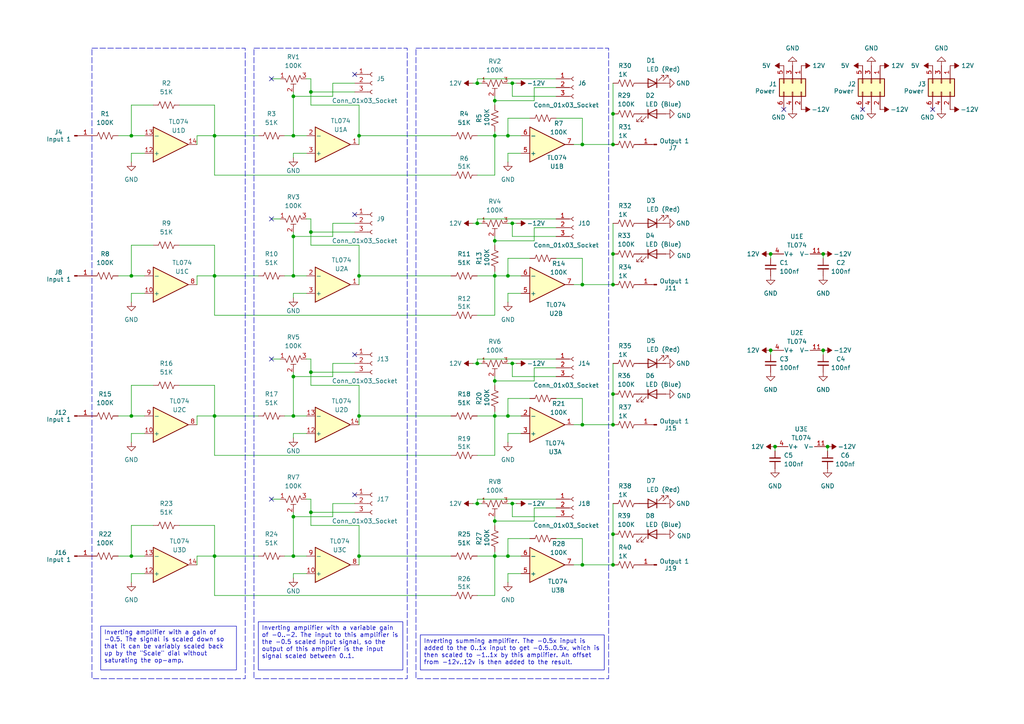
<source format=kicad_sch>
(kicad_sch (version 20250114) (generator "eeschema") (generator_version "9.0")
  (paper "A4")
  (rectangle (start 26.67 13.97) (end 71.12 196.85) (stroke (width 0) (type dash)))
  (rectangle (start 73.66 13.97) (end 118.11 196.85) (stroke (width 0) (type dash)))
  (rectangle (start 120.65 13.97) (end 176.53 196.85) (stroke (width 0) (type dash)))
  (text_box "Inverting amplifier with a variable gain of -0..-2. The input to this amplifier is the -0.5 scaled input signal, so the output of this amplifier is the input signal scaled between 0..1." (at 74.93 180.34 0) (size 41.91 13.97) (margins 0.9525 0.9525 0.9525 0.9525) (effects (font (size 1.27 1.27)) (justify left top)))
  (text_box "Inverting amplifier with a gain of -0.5. The signal is scaled down so that it can be variably scaled back up by the \"Scale\" dial without saturating the op-amp." (at 29.21 181.61 0) (size 39.37 12.7) (margins 0.9525 0.9525 0.9525 0.9525) (effects (font (size 1.27 1.27)) (justify left top)))
  (text_box "Inverting summing amplifier. The -0.5x input is added to the 0..1x input to get -0.5..0.5x, which is then scaled to -1..1x by this amplifier. An offset from -12v..12v is then added to the result." (at 121.92 184.15 0) (size 53.34 10.16) (margins 0.9525 0.9525 0.9525 0.9525) (effects (font (size 1.27 1.27)) (justify left top)))
  (junction (at 90.17 107.95))
  (junction (at 85.09 27.94))
  (junction (at 104.14 161.29))
  (junction (at 224.79 129.54))
  (junction (at 90.17 148.59))
  (junction (at 62.23 39.37))
  (junction (at 38.1 161.29))
  (junction (at 38.1 39.37))
  (junction (at 85.09 68.58))
  (junction (at 177.8 114.3))
  (junction (at 143.51 161.29))
  (junction (at 143.51 110.49))
  (junction (at 85.09 149.86))
  (junction (at 38.1 120.65))
  (junction (at 148.59 105.41))
  (junction (at 177.8 82.55))
  (junction (at 143.51 120.65))
  (junction (at 138.43 24.13))
  (junction (at 62.23 161.29))
  (junction (at 177.8 41.91))
  (junction (at 62.23 120.65))
  (junction (at 143.51 151.13))
  (junction (at 90.17 67.31))
  (junction (at 85.09 161.29))
  (junction (at 90.17 26.67))
  (junction (at 85.09 109.22))
  (junction (at 177.8 73.66))
  (junction (at 240.03 129.54))
  (junction (at 143.51 39.37))
  (junction (at 104.14 120.65))
  (junction (at 238.76 73.66))
  (junction (at 85.09 80.01))
  (junction (at 62.23 80.01))
  (junction (at 148.59 146.05))
  (junction (at 147.32 120.65))
  (junction (at 168.91 82.55))
  (junction (at 138.43 105.41))
  (junction (at 168.91 163.83))
  (junction (at 38.1 80.01))
  (junction (at 143.51 80.01))
  (junction (at 177.8 163.83))
  (junction (at 143.51 29.21))
  (junction (at 138.43 64.77))
  (junction (at 104.14 39.37))
  (junction (at 147.32 39.37))
  (junction (at 148.59 64.77))
  (junction (at 104.14 80.01))
  (junction (at 168.91 123.19))
  (junction (at 148.59 24.13))
  (junction (at 85.09 120.65))
  (junction (at 85.09 39.37))
  (junction (at 147.32 80.01))
  (junction (at 177.8 33.02))
  (junction (at 138.43 146.05))
  (junction (at 143.51 69.85))
  (junction (at 223.52 101.6))
  (junction (at 177.8 154.94))
  (junction (at 238.76 101.6))
  (junction (at 168.91 41.91))
  (junction (at 147.32 161.29))
  (junction (at 223.52 73.66))
  (junction (at 177.8 123.19))
  (no_connect (at 102.87 143.51))
  (no_connect (at 102.87 21.59))
  (no_connect (at 78.74 63.5))
  (no_connect (at 270.51 31.75))
  (no_connect (at 227.33 31.75))
  (no_connect (at 78.74 104.14))
  (no_connect (at 78.74 22.86))
  (no_connect (at 78.74 144.78))
  (no_connect (at 250.19 31.75))
  (no_connect (at 102.87 62.23))
  (no_connect (at 102.87 102.87))
  (wire (pts (xy 143.51 151.13) (xy 154.94 151.13)))
  (wire (pts (xy 154.94 106.68) (xy 154.94 110.49)))
  (wire (pts (xy 143.51 110.49) (xy 154.94 110.49)))
  (wire (pts (xy 90.17 71.12) (xy 104.14 71.12)))
  (wire (pts (xy 38.1 120.65) (xy 41.91 120.65)))
  (wire (pts (xy 138.43 146.05) (xy 137.16 146.05)))
  (wire (pts (xy 148.59 64.77) (xy 149.86 64.77)))
  (wire (pts (xy 85.09 44.45) (xy 85.09 45.72)))
  (wire (pts (xy 147.32 44.45) (xy 151.13 44.45)))
  (wire (pts (xy 161.29 115.57) (xy 168.91 115.57)))
  (wire (pts (xy 62.23 50.8) (xy 62.23 39.37)))
  (wire (pts (xy 148.59 24.13) (xy 149.86 24.13)))
  (wire (pts (xy 139.7 24.13) (xy 138.43 24.13)))
  (wire (pts (xy 90.17 152.4) (xy 104.14 152.4)))
  (wire (pts (xy 38.1 71.12) (xy 44.45 71.12)))
  (wire (pts (xy 104.14 30.48) (xy 104.14 39.37)))
  (wire (pts (xy 238.76 73.66) (xy 238.76 74.93)))
  (wire (pts (xy 161.29 147.32) (xy 154.94 147.32)))
  (wire (pts (xy 62.23 152.4) (xy 62.23 161.29)))
  (wire (pts (xy 78.74 22.86) (xy 81.28 22.86)))
  (wire (pts (xy 85.09 85.09) (xy 85.09 86.36)))
  (wire (pts (xy 62.23 91.44) (xy 62.23 80.01)))
  (wire (pts (xy 57.15 39.37) (xy 62.23 39.37)))
  (wire (pts (xy 143.51 110.49) (xy 143.51 111.76)))
  (wire (pts (xy 168.91 74.93) (xy 168.91 82.55)))
  (wire (pts (xy 138.43 161.29) (xy 143.51 161.29)))
  (wire (pts (xy 147.32 74.93) (xy 147.32 80.01)))
  (wire (pts (xy 90.17 67.31) (xy 90.17 63.5)))
  (wire (pts (xy 161.29 109.22) (xy 148.59 109.22)))
  (wire (pts (xy 143.51 29.21) (xy 154.94 29.21)))
  (wire (pts (xy 41.91 125.73) (xy 38.1 125.73)))
  (wire (pts (xy 147.32 120.65) (xy 151.13 120.65)))
  (wire (pts (xy 41.91 44.45) (xy 38.1 44.45)))
  (wire (pts (xy 62.23 120.65) (xy 74.93 120.65)))
  (wire (pts (xy 85.09 68.58) (xy 85.09 80.01)))
  (wire (pts (xy 90.17 63.5) (xy 88.9 63.5)))
  (wire (pts (xy 154.94 25.4) (xy 154.94 29.21)))
  (wire (pts (xy 138.43 91.44) (xy 143.51 91.44)))
  (wire (pts (xy 104.14 152.4) (xy 104.14 161.29)))
  (wire (pts (xy 138.43 144.78) (xy 138.43 146.05)))
  (wire (pts (xy 138.43 64.77) (xy 137.16 64.77)))
  (wire (pts (xy 85.09 27.94) (xy 85.09 39.37)))
  (wire (pts (xy 161.29 22.86) (xy 138.43 22.86)))
  (wire (pts (xy 62.23 30.48) (xy 62.23 39.37)))
  (wire (pts (xy 104.14 82.55) (xy 104.14 80.01)))
  (wire (pts (xy 62.23 172.72) (xy 62.23 161.29)))
  (wire (pts (xy 52.07 71.12) (xy 62.23 71.12)))
  (wire (pts (xy 177.8 33.02) (xy 177.8 41.91)))
  (wire (pts (xy 168.91 115.57) (xy 168.91 123.19)))
  (wire (pts (xy 143.51 160.02) (xy 143.51 161.29)))
  (wire (pts (xy 130.81 172.72) (xy 62.23 172.72)))
  (wire (pts (xy 139.7 105.41) (xy 138.43 105.41)))
  (wire (pts (xy 177.8 73.66) (xy 177.8 82.55)))
  (wire (pts (xy 38.1 152.4) (xy 44.45 152.4)))
  (wire (pts (xy 143.51 161.29) (xy 143.51 172.72)))
  (wire (pts (xy 90.17 26.67) (xy 90.17 22.86)))
  (wire (pts (xy 38.1 111.76) (xy 44.45 111.76)))
  (wire (pts (xy 153.67 74.93) (xy 147.32 74.93)))
  (wire (pts (xy 88.9 125.73) (xy 85.09 125.73)))
  (wire (pts (xy 168.91 41.91) (xy 177.8 41.91)))
  (wire (pts (xy 38.1 120.65) (xy 38.1 111.76)))
  (wire (pts (xy 85.09 68.58) (xy 85.09 67.31)))
  (wire (pts (xy 102.87 107.95) (xy 90.17 107.95)))
  (wire (pts (xy 143.51 110.49) (xy 143.51 109.22)))
  (wire (pts (xy 138.43 105.41) (xy 137.16 105.41)))
  (wire (pts (xy 148.59 24.13) (xy 148.59 27.94)))
  (wire (pts (xy 57.15 161.29) (xy 62.23 161.29)))
  (wire (pts (xy 34.29 80.01) (xy 38.1 80.01)))
  (wire (pts (xy 161.29 149.86) (xy 148.59 149.86)))
  (wire (pts (xy 57.15 82.55) (xy 57.15 80.01)))
  (wire (pts (xy 104.14 123.19) (xy 104.14 120.65)))
  (wire (pts (xy 177.8 154.94) (xy 177.8 163.83)))
  (wire (pts (xy 104.14 41.91) (xy 104.14 39.37)))
  (wire (pts (xy 130.81 132.08) (xy 62.23 132.08)))
  (wire (pts (xy 90.17 30.48) (xy 104.14 30.48)))
  (wire (pts (xy 88.9 166.37) (xy 85.09 166.37)))
  (wire (pts (xy 139.7 64.77) (xy 138.43 64.77)))
  (wire (pts (xy 168.91 34.29) (xy 168.91 41.91)))
  (wire (pts (xy 62.23 111.76) (xy 62.23 120.65)))
  (wire (pts (xy 57.15 41.91) (xy 57.15 39.37)))
  (wire (pts (xy 104.14 163.83) (xy 104.14 161.29)))
  (wire (pts (xy 143.51 151.13) (xy 143.51 152.4)))
  (wire (pts (xy 161.29 68.58) (xy 148.59 68.58)))
  (wire (pts (xy 82.55 120.65) (xy 85.09 120.65)))
  (wire (pts (xy 143.51 78.74) (xy 143.51 80.01)))
  (wire (pts (xy 34.29 120.65) (xy 38.1 120.65)))
  (wire (pts (xy 38.1 80.01) (xy 41.91 80.01)))
  (wire (pts (xy 96.52 64.77) (xy 96.52 68.58)))
  (wire (pts (xy 143.51 69.85) (xy 143.51 68.58)))
  (wire (pts (xy 52.07 152.4) (xy 62.23 152.4)))
  (wire (pts (xy 177.8 64.77) (xy 177.8 73.66)))
  (wire (pts (xy 102.87 148.59) (xy 90.17 148.59)))
  (wire (pts (xy 147.32 161.29) (xy 151.13 161.29)))
  (wire (pts (xy 38.1 166.37) (xy 38.1 168.91)))
  (wire (pts (xy 148.59 24.13) (xy 147.32 24.13)))
  (wire (pts (xy 147.32 166.37) (xy 151.13 166.37)))
  (wire (pts (xy 147.32 128.27) (xy 147.32 125.73)))
  (wire (pts (xy 78.74 104.14) (xy 81.28 104.14)))
  (wire (pts (xy 78.74 144.78) (xy 81.28 144.78)))
  (wire (pts (xy 85.09 27.94) (xy 85.09 26.67)))
  (wire (pts (xy 143.51 29.21) (xy 143.51 30.48)))
  (wire (pts (xy 166.37 123.19) (xy 168.91 123.19)))
  (wire (pts (xy 90.17 111.76) (xy 104.14 111.76)))
  (wire (pts (xy 138.43 104.14) (xy 138.43 105.41)))
  (wire (pts (xy 38.1 39.37) (xy 41.91 39.37)))
  (wire (pts (xy 143.51 39.37) (xy 143.51 50.8)))
  (wire (pts (xy 85.09 125.73) (xy 85.09 127)))
  (wire (pts (xy 149.86 146.05) (xy 148.59 146.05)))
  (wire (pts (xy 147.32 46.99) (xy 147.32 44.45)))
  (wire (pts (xy 154.94 66.04) (xy 154.94 69.85)))
  (wire (pts (xy 147.32 87.63) (xy 147.32 85.09)))
  (wire (pts (xy 138.43 39.37) (xy 143.51 39.37)))
  (wire (pts (xy 104.14 80.01) (xy 130.81 80.01)))
  (wire (pts (xy 85.09 39.37) (xy 88.9 39.37)))
  (wire (pts (xy 88.9 44.45) (xy 85.09 44.45)))
  (wire (pts (xy 148.59 64.77) (xy 148.59 68.58)))
  (wire (pts (xy 41.91 85.09) (xy 38.1 85.09)))
  (wire (pts (xy 143.51 161.29) (xy 147.32 161.29)))
  (wire (pts (xy 96.52 105.41) (xy 96.52 109.22)))
  (wire (pts (xy 148.59 146.05) (xy 147.32 146.05)))
  (wire (pts (xy 130.81 50.8) (xy 62.23 50.8)))
  (wire (pts (xy 62.23 39.37) (xy 74.93 39.37)))
  (wire (pts (xy 62.23 71.12) (xy 62.23 80.01)))
  (wire (pts (xy 102.87 67.31) (xy 90.17 67.31)))
  (wire (pts (xy 168.91 156.21) (xy 168.91 163.83)))
  (wire (pts (xy 85.09 149.86) (xy 85.09 161.29)))
  (wire (pts (xy 168.91 163.83) (xy 177.8 163.83)))
  (wire (pts (xy 41.91 166.37) (xy 38.1 166.37)))
  (wire (pts (xy 138.43 22.86) (xy 138.43 24.13)))
  (wire (pts (xy 138.43 63.5) (xy 138.43 64.77)))
  (wire (pts (xy 82.55 80.01) (xy 85.09 80.01)))
  (wire (pts (xy 85.09 120.65) (xy 88.9 120.65)))
  (wire (pts (xy 143.51 39.37) (xy 147.32 39.37)))
  (wire (pts (xy 96.52 68.58) (xy 85.09 68.58)))
  (wire (pts (xy 224.79 129.54) (xy 224.79 130.81)))
  (wire (pts (xy 104.14 111.76) (xy 104.14 120.65)))
  (wire (pts (xy 153.67 34.29) (xy 147.32 34.29)))
  (wire (pts (xy 57.15 80.01) (xy 62.23 80.01)))
  (wire (pts (xy 104.14 161.29) (xy 130.81 161.29)))
  (wire (pts (xy 148.59 105.41) (xy 147.32 105.41)))
  (wire (pts (xy 177.8 105.41) (xy 177.8 114.3)))
  (wire (pts (xy 149.86 105.41) (xy 148.59 105.41)))
  (wire (pts (xy 147.32 125.73) (xy 151.13 125.73)))
  (wire (pts (xy 147.32 85.09) (xy 151.13 85.09)))
  (wire (pts (xy 139.7 146.05) (xy 138.43 146.05)))
  (wire (pts (xy 161.29 106.68) (xy 154.94 106.68)))
  (wire (pts (xy 38.1 125.73) (xy 38.1 128.27)))
  (wire (pts (xy 90.17 144.78) (xy 88.9 144.78)))
  (wire (pts (xy 147.32 34.29) (xy 147.32 39.37)))
  (wire (pts (xy 62.23 161.29) (xy 74.93 161.29)))
  (wire (pts (xy 90.17 107.95) (xy 90.17 111.76)))
  (wire (pts (xy 238.76 101.6) (xy 238.76 102.87)))
  (wire (pts (xy 88.9 85.09) (xy 85.09 85.09)))
  (wire (pts (xy 161.29 25.4) (xy 154.94 25.4)))
  (wire (pts (xy 153.67 115.57) (xy 147.32 115.57)))
  (wire (pts (xy 90.17 148.59) (xy 90.17 144.78)))
  (wire (pts (xy 96.52 24.13) (xy 96.52 27.94)))
  (wire (pts (xy 223.52 101.6) (xy 223.52 102.87)))
  (wire (pts (xy 102.87 146.05) (xy 96.52 146.05)))
  (wire (pts (xy 96.52 149.86) (xy 85.09 149.86)))
  (wire (pts (xy 147.32 39.37) (xy 151.13 39.37)))
  (wire (pts (xy 143.51 69.85) (xy 154.94 69.85)))
  (wire (pts (xy 57.15 120.65) (xy 62.23 120.65)))
  (wire (pts (xy 102.87 24.13) (xy 96.52 24.13)))
  (wire (pts (xy 62.23 80.01) (xy 74.93 80.01)))
  (wire (pts (xy 78.74 63.5) (xy 81.28 63.5)))
  (wire (pts (xy 90.17 67.31) (xy 90.17 71.12)))
  (wire (pts (xy 57.15 163.83) (xy 57.15 161.29)))
  (wire (pts (xy 38.1 30.48) (xy 44.45 30.48)))
  (wire (pts (xy 38.1 85.09) (xy 38.1 87.63)))
  (wire (pts (xy 147.32 168.91) (xy 147.32 166.37)))
  (wire (pts (xy 62.23 132.08) (xy 62.23 120.65)))
  (wire (pts (xy 96.52 146.05) (xy 96.52 149.86)))
  (wire (pts (xy 102.87 64.77) (xy 96.52 64.77)))
  (wire (pts (xy 85.09 166.37) (xy 85.09 167.64)))
  (wire (pts (xy 161.29 104.14) (xy 138.43 104.14)))
  (wire (pts (xy 90.17 148.59) (xy 90.17 152.4)))
  (wire (pts (xy 148.59 149.86) (xy 148.59 146.05)))
  (wire (pts (xy 138.43 120.65) (xy 143.51 120.65)))
  (wire (pts (xy 147.32 156.21) (xy 147.32 161.29)))
  (wire (pts (xy 143.51 151.13) (xy 143.51 149.86)))
  (wire (pts (xy 154.94 147.32) (xy 154.94 151.13)))
  (wire (pts (xy 104.14 39.37) (xy 130.81 39.37)))
  (wire (pts (xy 130.81 91.44) (xy 62.23 91.44)))
  (wire (pts (xy 177.8 146.05) (xy 177.8 154.94)))
  (wire (pts (xy 166.37 41.91) (xy 168.91 41.91)))
  (wire (pts (xy 138.43 50.8) (xy 143.51 50.8)))
  (wire (pts (xy 38.1 161.29) (xy 41.91 161.29)))
  (wire (pts (xy 52.07 111.76) (xy 62.23 111.76)))
  (wire (pts (xy 102.87 105.41) (xy 96.52 105.41)))
  (wire (pts (xy 168.91 82.55) (xy 177.8 82.55)))
  (wire (pts (xy 90.17 22.86) (xy 88.9 22.86)))
  (wire (pts (xy 34.29 39.37) (xy 38.1 39.37)))
  (wire (pts (xy 143.51 120.65) (xy 147.32 120.65)))
  (wire (pts (xy 161.29 156.21) (xy 168.91 156.21)))
  (wire (pts (xy 143.51 120.65) (xy 143.51 132.08)))
  (wire (pts (xy 96.52 109.22) (xy 85.09 109.22)))
  (wire (pts (xy 177.8 24.13) (xy 177.8 33.02)))
  (wire (pts (xy 143.51 29.21) (xy 143.51 27.94)))
  (wire (pts (xy 161.29 74.93) (xy 168.91 74.93)))
  (wire (pts (xy 143.51 80.01) (xy 147.32 80.01)))
  (wire (pts (xy 240.03 129.54) (xy 240.03 130.81)))
  (wire (pts (xy 85.09 80.01) (xy 88.9 80.01)))
  (wire (pts (xy 147.32 80.01) (xy 151.13 80.01)))
  (wire (pts (xy 143.51 69.85) (xy 143.51 71.12)))
  (wire (pts (xy 177.8 114.3) (xy 177.8 123.19)))
  (wire (pts (xy 104.14 120.65) (xy 130.81 120.65)))
  (wire (pts (xy 166.37 82.55) (xy 168.91 82.55)))
  (wire (pts (xy 104.14 71.12) (xy 104.14 80.01)))
  (wire (pts (xy 166.37 163.83) (xy 168.91 163.83)))
  (wire (pts (xy 38.1 44.45) (xy 38.1 46.99)))
  (wire (pts (xy 82.55 39.37) (xy 85.09 39.37)))
  (wire (pts (xy 143.51 38.1) (xy 143.51 39.37)))
  (wire (pts (xy 52.07 30.48) (xy 62.23 30.48)))
  (wire (pts (xy 138.43 172.72) (xy 143.51 172.72)))
  (wire (pts (xy 90.17 104.14) (xy 88.9 104.14)))
  (wire (pts (xy 148.59 105.41) (xy 148.59 109.22)))
  (wire (pts (xy 90.17 26.67) (xy 90.17 30.48)))
  (wire (pts (xy 161.29 66.04) (xy 154.94 66.04)))
  (wire (pts (xy 57.15 123.19) (xy 57.15 120.65)))
  (wire (pts (xy 85.09 161.29) (xy 88.9 161.29)))
  (wire (pts (xy 161.29 144.78) (xy 138.43 144.78)))
  (wire (pts (xy 168.91 123.19) (xy 177.8 123.19)))
  (wire (pts (xy 138.43 24.13) (xy 137.16 24.13)))
  (wire (pts (xy 138.43 132.08) (xy 143.51 132.08)))
  (wire (pts (xy 82.55 161.29) (xy 85.09 161.29)))
  (wire (pts (xy 38.1 39.37) (xy 38.1 30.48)))
  (wire (pts (xy 102.87 26.67) (xy 90.17 26.67)))
  (wire (pts (xy 85.09 149.86) (xy 85.09 148.59)))
  (wire (pts (xy 143.51 80.01) (xy 143.51 91.44)))
  (wire (pts (xy 223.52 73.66) (xy 223.52 74.93)))
  (wire (pts (xy 34.29 161.29) (xy 38.1 161.29)))
  (wire (pts (xy 90.17 107.95) (xy 90.17 104.14)))
  (wire (pts (xy 148.59 64.77) (xy 147.32 64.77)))
  (wire (pts (xy 153.67 156.21) (xy 147.32 156.21)))
  (wire (pts (xy 161.29 34.29) (xy 168.91 34.29)))
  (wire (pts (xy 38.1 161.29) (xy 38.1 152.4)))
  (wire (pts (xy 161.29 27.94) (xy 148.59 27.94)))
  (wire (pts (xy 143.51 119.38) (xy 143.51 120.65)))
  (wire (pts (xy 138.43 80.01) (xy 143.51 80.01)))
  (wire (pts (xy 38.1 80.01) (xy 38.1 71.12)))
  (wire (pts (xy 147.32 115.57) (xy 147.32 120.65)))
  (wire (pts (xy 161.29 63.5) (xy 138.43 63.5)))
  (wire (pts (xy 85.09 109.22) (xy 85.09 107.95)))
  (wire (pts (xy 85.09 109.22) (xy 85.09 120.65)))
  (wire (pts (xy 96.52 27.94) (xy 85.09 27.94)))
  (symbol (lib_id "Amplifier_Operational:TL074") (at 96.52 41.91 0) (mirror x) (unit 1)
    (property "Reference" "U1" (at 98.806 37.592 0))
    (property "Value" "TL074" (at 98.806 35.052 0))
    (property "Footprint" "Package_DIP:DIP-14_W7.62mm_Socket" (effects (hide yes)))
    (property "Datasheet" "http://www.ti.com/lit/ds/symlink/tl071.pdf" (effects (hide yes)))
    (property "Description" "Quad Low-Noise JFET-Input Operational Amplifiers, DIP-14/SOIC-14" (effects (hide yes)))
  )
  (symbol (lib_id "power:GND") (at 193.04 114.3 90) (unit 1)
    (property "Reference" "#PWR061" (effects (hide yes)))
    (property "Value" "GND" (at 198.374 114.808 90))
    (property "Description" "Power symbol creates a global label with name \"GND\" , ground" (effects (hide yes)))
  )
  (symbol (lib_id "Device:R_Potentiometer_Trim_US") (at 85.09 104.14 90) (mirror x) (unit 1)
    (property "Reference" "RV5" (at 85.09 97.79 90))
    (property "Value" "100K" (at 85.09 100.33 90))
    (property "Footprint" "modular2:pot-socket" (effects (hide yes)))
    (property "Description" "Trim-potentiometer, US symbol" (effects (hide yes)))
  )
  (symbol (lib_id "Device:R_US") (at 78.74 120.65 90) (unit 1)
    (property "Reference" "R17" (at 78.74 114.3 90))
    (property "Value" "51K" (at 78.74 116.84 90))
    (property "Footprint" "Resistor_THT:R_Axial_DIN0207_L6.3mm_D2.5mm_P10.16mm_Horizontal" (effects (hide yes)))
    (property "Description" "Resistor, US symbol" (effects (hide yes)))
  )
  (symbol (lib_id "Connector:Conn_01x03_Socket") (at 166.37 25.4 0) (unit 1)
    (property "Reference" "J6" (at 167.64 24.1299 0) (effects (justify left)))
    (property "Value" "Conn_01x03_Socket" (at 154.686 30.48 0) (effects (justify left)))
    (property "Footprint" "modular2:pot" (effects (hide yes)))
    (property "Description" "Generic connector, single row, 01x03, script generated" (effects (hide yes)))
  )
  (symbol (lib_id "Amplifier_Operational:TL074") (at 49.53 123.19 0) (mirror x) (unit 3)
    (property "Reference" "U2" (at 52.07 118.872 0))
    (property "Value" "TL074" (at 52.07 116.332 0))
    (property "Footprint" "Package_DIP:DIP-14_W7.62mm_Socket" (effects (hide yes)))
    (property "Datasheet" "http://www.ti.com/lit/ds/symlink/tl071.pdf" (effects (hide yes)))
    (property "Description" "Quad Low-Noise JFET-Input Operational Amplifiers, DIP-14/SOIC-14" (effects (hide yes)))
  )
  (symbol (lib_id "Device:R_US") (at 134.62 80.01 90) (unit 1)
    (property "Reference" "R11" (at 134.62 73.66 90))
    (property "Value" "51K" (at 134.62 76.2 90))
    (property "Footprint" "Resistor_THT:R_Axial_DIN0207_L6.3mm_D2.5mm_P10.16mm_Horizontal" (effects (hide yes)))
    (property "Description" "Resistor, US symbol" (effects (hide yes)))
  )
  (symbol (lib_id "power:GND") (at 252.73 19.05 0) (mirror x) (unit 1)
    (property "Reference" "#PWR028" (effects (hide yes)))
    (property "Value" "GND" (at 252.73 13.97 0))
    (property "Description" "Power symbol creates a global label with name \"GND\" , ground" (effects (hide yes)))
  )
  (symbol (lib_id "Device:R_US") (at 157.48 156.21 90) (unit 1)
    (property "Reference" "R28" (at 162.052 157.734 90))
    (property "Value" "100K" (at 162.052 160.274 90))
    (property "Footprint" "Resistor_THT:R_Axial_DIN0207_L6.3mm_D2.5mm_P10.16mm_Horizontal" (effects (hide yes)))
    (property "Description" "Resistor, US symbol" (effects (hide yes)))
  )
  (symbol (lib_id "Device:R_Potentiometer_Trim_US") (at 143.51 24.13 90) (mirror x) (unit 1)
    (property "Reference" "RV2" (at 143.51 17.78 90))
    (property "Value" "100K" (at 143.51 20.32 90))
    (property "Footprint" "modular2:pot-socket" (effects (hide yes)))
    (property "Description" "Trim-potentiometer, US symbol" (effects (hide yes)))
  )
  (symbol (lib_id "power:-12V") (at 240.03 129.54 270) (unit 1)
    (property "Reference" "#PWR041" (effects (hide yes)))
    (property "Value" "-12V" (at 245.618 129.54 90))
    (property "Description" "Power symbol creates a global label with name \"-12V\"" (effects (hide yes)))
  )
  (symbol (lib_id "Device:R_US") (at 181.61 163.83 270) (unit 1)
    (property "Reference" "R40" (at 179.324 158.75 90) (effects (justify left)))
    (property "Value" "1K" (at 179.324 161.29 90) (effects (justify left)))
    (property "Footprint" "Resistor_THT:R_Axial_DIN0207_L6.3mm_D2.5mm_P10.16mm_Horizontal" (effects (hide yes)))
    (property "Description" "Resistor, US symbol" (effects (hide yes)))
  )
  (symbol (lib_id "power:-12V") (at 250.19 19.05 90) (mirror x) (unit 1)
    (property "Reference" "#PWR012" (effects (hide yes)))
    (property "Value" "5V" (at 245.11 19.05 90))
    (property "Description" "Power symbol creates a global label with name \"-12V\"" (effects (hide yes)))
  )
  (symbol (lib_id "Connector:Conn_01x01_Pin") (at 190.5 123.19 180) (unit 1)
    (property "Reference" "J15" (at 196.342 124.206 0) (effects (justify left)))
    (property "Value" "Output 1" (at 199.898 122.174 0) (effects (justify left)))
    (property "Footprint" "modular2:banana-jack" (effects (hide yes)))
    (property "Description" "Generic connector, single row, 01x01, script generated" (effects (hide yes)))
  )
  (symbol (lib_id "power:GND") (at 147.32 128.27 0) (unit 1)
    (property "Reference" "#PWR042" (effects (hide yes)))
    (property "Value" "GND" (at 147.32 133.35 0))
    (property "Description" "Power symbol creates a global label with name \"GND\" , ground" (effects (hide yes)))
  )
  (symbol (lib_id "Device:R_Potentiometer_Trim_US") (at 143.51 146.05 90) (mirror x) (unit 1)
    (property "Reference" "RV8" (at 143.51 139.7 90))
    (property "Value" "100K" (at 143.51 142.24 90))
    (property "Footprint" "modular2:pot-socket" (effects (hide yes)))
    (property "Description" "Trim-potentiometer, US symbol" (effects (hide yes)))
  )
  (symbol (lib_id "power:GND") (at 85.09 127 0) (unit 1)
    (property "Reference" "#PWR039" (effects (hide yes)))
    (property "Value" "GND" (at 85.09 130.81 0))
    (property "Description" "Power symbol creates a global label with name \"GND\" , ground" (effects (hide yes)))
  )
  (symbol (lib_id "Device:R_US") (at 134.62 91.44 90) (unit 1)
    (property "Reference" "R12" (at 134.62 86.614 90))
    (property "Value" "51K" (at 134.62 88.9 90))
    (property "Footprint" "Resistor_THT:R_Axial_DIN0207_L6.3mm_D2.5mm_P10.16mm_Horizontal" (effects (hide yes)))
    (property "Description" "Resistor, US symbol" (effects (hide yes)))
  )
  (symbol (lib_id "Device:C_Small") (at 240.03 133.35 0) (unit 1)
    (property "Reference" "C6" (at 245.1163 132.08 0))
    (property "Value" "100nf" (at 245.1163 134.62 0))
    (property "Footprint" "Capacitor_THT:C_Disc_D4.3mm_W1.9mm_P5.00mm" (effects (hide yes)))
  )
  (symbol (lib_id "Device:R_US") (at 48.26 152.4 90) (unit 1)
    (property "Reference" "R23" (at 48.26 146.05 90))
    (property "Value" "51K" (at 48.26 148.59 90))
    (property "Footprint" "Resistor_THT:R_Axial_DIN0207_L6.3mm_D2.5mm_P10.16mm_Horizontal" (effects (hide yes)))
    (property "Description" "Resistor, US symbol" (effects (hide yes)))
  )
  (symbol (lib_id "Device:R_US") (at 143.51 115.57 180) (unit 1)
    (property "Reference" "R20" (at 138.938 115.57 90))
    (property "Value" "100K" (at 141.224 115.316 90))
    (property "Footprint" "Resistor_THT:R_Axial_DIN0207_L6.3mm_D2.5mm_P10.16mm_Horizontal" (effects (hide yes)))
    (property "Description" "Resistor, US symbol" (effects (hide yes)))
  )
  (symbol (lib_id "Device:R_US") (at 181.61 123.19 270) (unit 1)
    (property "Reference" "R37" (at 179.324 118.11 90) (effects (justify left)))
    (property "Value" "1K" (at 179.324 120.65 90) (effects (justify left)))
    (property "Footprint" "Resistor_THT:R_Axial_DIN0207_L6.3mm_D2.5mm_P10.16mm_Horizontal" (effects (hide yes)))
    (property "Description" "Resistor, US symbol" (effects (hide yes)))
  )
  (symbol (lib_id "power:-12V") (at 149.86 64.77 270) (unit 1)
    (property "Reference" "#PWR014" (effects (hide yes)))
    (property "Value" "-12V" (at 155.448 64.77 90))
    (property "Description" "Power symbol creates a global label with name \"-12V\"" (effects (hide yes)))
  )
  (symbol (lib_id "power:-12V") (at 255.27 31.75 270) (unit 1)
    (property "Reference" "#PWR031" (effects (hide yes)))
    (property "Value" "-12V" (at 260.858 31.75 90))
    (property "Description" "Power symbol creates a global label with name \"-12V\"" (effects (hide yes)))
  )
  (symbol (lib_id "Device:R_US") (at 181.61 146.05 270) (unit 1)
    (property "Reference" "R38" (at 179.324 140.97 90) (effects (justify left)))
    (property "Value" "1K" (at 179.324 143.51 90) (effects (justify left)))
    (property "Footprint" "Resistor_THT:R_Axial_DIN0207_L6.3mm_D2.5mm_P10.16mm_Horizontal" (effects (hide yes)))
    (property "Description" "Resistor, US symbol" (effects (hide yes)))
  )
  (symbol (lib_id "Amplifier_Operational:TL074") (at 49.53 41.91 0) (mirror x) (unit 4)
    (property "Reference" "U1" (at 51.816 37.846 0))
    (property "Value" "TL074" (at 51.816 35.306 0))
    (property "Footprint" "Package_DIP:DIP-14_W7.62mm_Socket" (effects (hide yes)))
    (property "Datasheet" "http://www.ti.com/lit/ds/symlink/tl071.pdf" (effects (hide yes)))
    (property "Description" "Quad Low-Noise JFET-Input Operational Amplifiers, DIP-14/SOIC-14" (effects (hide yes)))
  )
  (symbol (lib_id "power:GND") (at 238.76 107.95 0) (mirror y) (unit 1)
    (property "Reference" "#PWR037" (effects (hide yes)))
    (property "Value" "GND" (at 238.76 113.03 0))
    (property "Description" "Power symbol creates a global label with name \"GND\" , ground" (effects (hide yes)))
  )
  (symbol (lib_id "Device:R_US") (at 134.62 39.37 90) (unit 1)
    (property "Reference" "R4" (at 134.62 33.02 90))
    (property "Value" "51K" (at 134.62 35.56 90))
    (property "Footprint" "Resistor_THT:R_Axial_DIN0207_L6.3mm_D2.5mm_P10.16mm_Horizontal" (effects (hide yes)))
    (property "Description" "Resistor, US symbol" (effects (hide yes)))
  )
  (symbol (lib_id "Connector:Conn_01x01_Pin") (at 190.5 163.83 180) (unit 1)
    (property "Reference" "J19" (at 196.342 164.846 0) (effects (justify left)))
    (property "Value" "Output 1" (at 199.898 162.814 0) (effects (justify left)))
    (property "Footprint" "modular2:banana-jack" (effects (hide yes)))
    (property "Description" "Generic connector, single row, 01x01, script generated" (effects (hide yes)))
  )
  (symbol (lib_id "Connector_Generic:Conn_02x03_Odd_Even") (at 252.73 24.13 270) (unit 1)
    (property "Reference" "J2" (at 245.872 24.384 90) (effects (justify left)))
    (property "Value" "Power" (at 241.808 26.416 90) (effects (justify left)))
    (property "Footprint" "Connector_IDC:IDC-Header_2x03_P2.54mm_Vertical" (effects (hide yes)))
    (property "Description" "Generic connector, double row, 02x03, odd/even pin numbering scheme (row 1 odd numbers, row 2 even numbers), script generated (kicad-library-utils/schlib/autogen/connector/)" (effects (hide yes)))
  )
  (symbol (lib_id "Device:C_Small") (at 238.76 105.41 0) (unit 1)
    (property "Reference" "C4" (at 243.8463 104.14 0))
    (property "Value" "100nf" (at 243.8463 106.68 0))
    (property "Footprint" "Capacitor_THT:C_Disc_D4.3mm_W1.9mm_P5.00mm" (effects (hide yes)))
  )
  (symbol (lib_id "Device:R_Potentiometer_Trim_US") (at 85.09 22.86 90) (mirror x) (unit 1)
    (property "Reference" "RV1" (at 85.09 16.51 90))
    (property "Value" "100K" (at 85.09 19.05 90))
    (property "Footprint" "modular2:pot-socket" (effects (hide yes)))
    (property "Description" "Trim-potentiometer, US symbol" (effects (hide yes)))
  )
  (symbol (lib_id "power:-12V") (at 275.59 31.75 270) (unit 1)
    (property "Reference" "#PWR036" (effects (hide yes)))
    (property "Value" "-12V" (at 281.178 31.75 90))
    (property "Description" "Power symbol creates a global label with name \"-12V\"" (effects (hide yes)))
  )
  (symbol (lib_id "Device:R_Potentiometer_Trim_US") (at 85.09 63.5 90) (mirror x) (unit 1)
    (property "Reference" "RV3" (at 85.09 57.15 90))
    (property "Value" "100K" (at 85.09 59.69 90))
    (property "Footprint" "modular2:pot-socket" (effects (hide yes)))
    (property "Description" "Trim-potentiometer, US symbol" (effects (hide yes)))
  )
  (symbol (lib_id "power:GND") (at 223.52 107.95 0) (mirror y) (unit 1)
    (property "Reference" "#PWR023" (effects (hide yes)))
    (property "Value" "GND" (at 223.52 113.03 0))
    (property "Description" "Power symbol creates a global label with name \"GND\" , ground" (effects (hide yes)))
  )
  (symbol (lib_id "power:GND") (at 85.09 167.64 0) (unit 1)
    (property "Reference" "#PWR046" (effects (hide yes)))
    (property "Value" "GND" (at 85.09 171.45 0))
    (property "Description" "Power symbol creates a global label with name \"GND\" , ground" (effects (hide yes)))
  )
  (symbol (lib_id "Connector:Conn_01x01_Pin") (at 21.59 80.01 0) (unit 1)
    (property "Reference" "J8" (at 15.748 78.994 0) (effects (justify left)))
    (property "Value" "Input 1" (at 13.462 81.026 0) (effects (justify left)))
    (property "Footprint" "modular2:banana-jack" (effects (hide yes)))
    (property "Description" "Generic connector, single row, 01x01, script generated" (effects (hide yes)))
  )
  (symbol (lib_id "power:-12V") (at 275.59 19.05 270) (mirror x) (unit 1)
    (property "Reference" "#PWR035" (effects (hide yes)))
    (property "Value" "12V" (at 280.67 19.05 90))
    (property "Description" "Power symbol creates a global label with name \"-12V\"" (effects (hide yes)))
  )
  (symbol (lib_id "power:-12V") (at 238.76 73.66 270) (unit 1)
    (property "Reference" "#PWR02" (effects (hide yes)))
    (property "Value" "-12V" (at 244.348 73.66 90))
    (property "Description" "Power symbol creates a global label with name \"-12V\"" (effects (hide yes)))
  )
  (symbol (lib_id "power:GND") (at 240.03 135.89 0) (mirror y) (unit 1)
    (property "Reference" "#PWR055" (effects (hide yes)))
    (property "Value" "GND" (at 240.03 140.97 0))
    (property "Description" "Power symbol creates a global label with name \"GND\" , ground" (effects (hide yes)))
  )
  (symbol (lib_id "power:GND") (at 193.04 73.66 90) (unit 1)
    (property "Reference" "#PWR059" (effects (hide yes)))
    (property "Value" "GND" (at 198.374 74.168 90))
    (property "Description" "Power symbol creates a global label with name \"GND\" , ground" (effects (hide yes)))
  )
  (symbol (lib_id "power:-12V") (at 227.33 19.05 90) (mirror x) (unit 1)
    (property "Reference" "#PWR011" (effects (hide yes)))
    (property "Value" "5V" (at 222.25 19.05 90))
    (property "Description" "Power symbol creates a global label with name \"-12V\"" (effects (hide yes)))
  )
  (symbol (lib_id "Amplifier_Operational:TL074") (at 231.14 99.06 90) (unit 5)
    (property "Reference" "U2" (at 231.14 96.52 90))
    (property "Value" "TL074" (at 231.14 99.06 90))
    (property "Footprint" "Package_DIP:DIP-14_W7.62mm_Socket" (effects (hide yes)))
    (property "Datasheet" "http://www.ti.com/lit/ds/symlink/tl071.pdf" (effects (hide yes)))
    (property "Description" "Quad Low-Noise JFET-Input Operational Amplifiers, DIP-14/SOIC-14" (effects (hide yes)))
  )
  (symbol (lib_id "Amplifier_Operational:TL074") (at 49.53 163.83 0) (mirror x) (unit 4)
    (property "Reference" "U3" (at 52.07 159.512 0))
    (property "Value" "TL074" (at 52.07 156.972 0))
    (property "Footprint" "Package_DIP:DIP-14_W7.62mm_Socket" (effects (hide yes)))
    (property "Datasheet" "http://www.ti.com/lit/ds/symlink/tl071.pdf" (effects (hide yes)))
    (property "Description" "Quad Low-Noise JFET-Input Operational Amplifiers, DIP-14/SOIC-14" (effects (hide yes)))
  )
  (symbol (lib_id "Device:R_US") (at 30.48 39.37 90) (unit 1)
    (property "Reference" "R1" (at 30.48 33.02 90))
    (property "Value" "100K" (at 30.48 35.56 90))
    (property "Footprint" "Resistor_THT:R_Axial_DIN0207_L6.3mm_D2.5mm_P10.16mm_Horizontal" (effects (hide yes)))
    (property "Description" "Resistor, US symbol" (effects (hide yes)))
  )
  (symbol (lib_id "Amplifier_Operational:TL074") (at 158.75 163.83 0) (mirror x) (unit 2)
    (property "Reference" "U3" (at 161.798 171.196 0))
    (property "Value" "TL074" (at 161.798 168.656 0))
    (property "Footprint" "Package_DIP:DIP-14_W7.62mm_Socket" (effects (hide yes)))
    (property "Datasheet" "http://www.ti.com/lit/ds/symlink/tl071.pdf" (effects (hide yes)))
    (property "Description" "Quad Low-Noise JFET-Input Operational Amplifiers, DIP-14/SOIC-14" (effects (hide yes)))
  )
  (symbol (lib_id "power:-12V") (at 149.86 24.13 270) (unit 1)
    (property "Reference" "#PWR01" (effects (hide yes)))
    (property "Value" "-12V" (at 155.448 24.13 90))
    (property "Description" "Power symbol creates a global label with name \"-12V\"" (effects (hide yes)))
  )
  (symbol (lib_id "Device:R_US") (at 78.74 80.01 90) (unit 1)
    (property "Reference" "R10" (at 78.74 73.66 90))
    (property "Value" "51K" (at 78.74 76.2 90))
    (property "Footprint" "Resistor_THT:R_Axial_DIN0207_L6.3mm_D2.5mm_P10.16mm_Horizontal" (effects (hide yes)))
    (property "Description" "Resistor, US symbol" (effects (hide yes)))
  )
  (symbol (lib_id "Device:R_Potentiometer_Trim_US") (at 85.09 144.78 90) (mirror x) (unit 1)
    (property "Reference" "RV7" (at 85.09 138.43 90))
    (property "Value" "100K" (at 85.09 140.97 90))
    (property "Footprint" "modular2:pot-socket" (effects (hide yes)))
    (property "Description" "Trim-potentiometer, US symbol" (effects (hide yes)))
  )
  (symbol (lib_id "power:GND") (at 147.32 46.99 0) (unit 1)
    (property "Reference" "#PWR08" (effects (hide yes)))
    (property "Value" "GND" (at 147.32 52.07 0))
    (property "Description" "Power symbol creates a global label with name \"GND\" , ground" (effects (hide yes)))
  )
  (symbol (lib_id "power:-12V") (at 137.16 24.13 90) (mirror x) (unit 1)
    (property "Reference" "#PWR010" (effects (hide yes)))
    (property "Value" "12V" (at 132.08 24.13 90))
    (property "Description" "Power symbol creates a global label with name \"-12V\"" (effects (hide yes)))
  )
  (symbol (lib_id "power:-12V") (at 223.52 73.66 90) (mirror x) (unit 1)
    (property "Reference" "#PWR03" (effects (hide yes)))
    (property "Value" "12V" (at 218.44 73.66 90))
    (property "Description" "Power symbol creates a global label with name \"-12V\"" (effects (hide yes)))
  )
  (symbol (lib_id "power:-12V") (at 149.86 105.41 270) (unit 1)
    (property "Reference" "#PWR016" (effects (hide yes)))
    (property "Value" "-12V" (at 155.448 105.41 90))
    (property "Description" "Power symbol creates a global label with name \"-12V\"" (effects (hide yes)))
  )
  (symbol (lib_id "Device:R_US") (at 181.61 33.02 90) (unit 1)
    (property "Reference" "R29" (at 179.07 27.686 90) (effects (justify right)))
    (property "Value" "100K" (at 179.07 30.226 90) (effects (justify right)))
    (property "Footprint" "Resistor_THT:R_Axial_DIN0207_L6.3mm_D2.5mm_P10.16mm_Horizontal" (effects (hide yes)))
    (property "Description" "Resistor, US symbol" (effects (hide yes)))
  )
  (symbol (lib_id "Device:R_US") (at 134.62 50.8 90) (unit 1)
    (property "Reference" "R6" (at 134.62 45.974 90))
    (property "Value" "51K" (at 134.62 48.26 90))
    (property "Footprint" "Resistor_THT:R_Axial_DIN0207_L6.3mm_D2.5mm_P10.16mm_Horizontal" (effects (hide yes)))
    (property "Description" "Resistor, US symbol" (effects (hide yes)))
  )
  (symbol (lib_id "Connector:Conn_01x03_Socket") (at 166.37 147.32 0) (unit 1)
    (property "Reference" "J18" (at 167.64 146.0499 0) (effects (justify left)))
    (property "Value" "Conn_01x03_Socket" (at 154.686 152.4 0) (effects (justify left)))
    (property "Footprint" "modular2:pot" (effects (hide yes)))
    (property "Description" "Generic connector, single row, 01x03, script generated" (effects (hide yes)))
  )
  (symbol (lib_id "Device:LED") (at 189.23 154.94 0) (unit 1)
    (property "Reference" "D8" (at 187.198 149.606 0) (effects (justify left)))
    (property "Value" "LED (Blue)" (at 187.198 152.146 0) (effects (justify left)))
    (property "Footprint" "LED_THT:LED_D5.0mm" (effects (hide yes)))
    (property "Description" "Light emitting diode" (effects (hide yes)))
  )
  (symbol (lib_id "Device:C_Small") (at 223.52 105.41 180) (unit 1)
    (property "Reference" "C3" (at 226.06 104.1335 0) (effects (justify right)))
    (property "Value" "100nf" (at 226.06 106.6735 0) (effects (justify right)))
    (property "Footprint" "Capacitor_THT:C_Disc_D4.3mm_W1.9mm_P5.00mm" (effects (hide yes)))
  )
  (symbol (lib_id "Device:C_Small") (at 223.52 77.47 180) (unit 1)
    (property "Reference" "C1" (at 226.06 76.1935 0) (effects (justify right)))
    (property "Value" "100nf" (at 226.06 78.7335 0) (effects (justify right)))
    (property "Footprint" "Capacitor_THT:C_Disc_D4.3mm_W1.9mm_P5.00mm" (effects (hide yes)))
  )
  (symbol (lib_id "power:GND") (at 229.87 31.75 0) (mirror y) (unit 1)
    (property "Reference" "#PWR024" (effects (hide yes)))
    (property "Value" "GND" (at 225.806 34.036 0))
    (property "Description" "Power symbol creates a global label with name \"GND\" , ground" (effects (hide yes)))
  )
  (symbol (lib_id "Device:LED") (at 189.23 146.05 180) (unit 1)
    (property "Reference" "D7" (at 187.452 139.446 0) (effects (justify right)))
    (property "Value" "LED (Red)" (at 187.452 141.986 0) (effects (justify right)))
    (property "Footprint" "LED_THT:LED_D5.0mm" (effects (hide yes)))
    (property "Description" "Light emitting diode" (effects (hide yes)))
  )
  (symbol (lib_id "power:GND") (at 193.04 154.94 90) (unit 1)
    (property "Reference" "#PWR063" (effects (hide yes)))
    (property "Value" "GND" (at 198.374 155.448 90))
    (property "Description" "Power symbol creates a global label with name \"GND\" , ground" (effects (hide yes)))
  )
  (symbol (lib_id "Device:LED") (at 189.23 33.02 0) (unit 1)
    (property "Reference" "D2" (at 187.198 27.686 0) (effects (justify left)))
    (property "Value" "LED (Blue)" (at 187.198 30.226 0) (effects (justify left)))
    (property "Footprint" "LED_THT:LED_D5.0mm" (effects (hide yes)))
    (property "Description" "Light emitting diode" (effects (hide yes)))
  )
  (symbol (lib_id "Device:C_Small") (at 238.76 77.47 0) (unit 1)
    (property "Reference" "C2" (at 243.8463 76.2 0))
    (property "Value" "100nf" (at 243.8463 78.74 0))
    (property "Footprint" "Capacitor_THT:C_Disc_D4.3mm_W1.9mm_P5.00mm" (effects (hide yes)))
  )
  (symbol (lib_id "Device:R_US") (at 181.61 24.13 270) (unit 1)
    (property "Reference" "R30" (at 179.324 19.05 90) (effects (justify left)))
    (property "Value" "1K" (at 179.324 21.59 90) (effects (justify left)))
    (property "Footprint" "Resistor_THT:R_Axial_DIN0207_L6.3mm_D2.5mm_P10.16mm_Horizontal" (effects (hide yes)))
    (property "Description" "Resistor, US symbol" (effects (hide yes)))
  )
  (symbol (lib_id "Device:R_US") (at 78.74 39.37 90) (unit 1)
    (property "Reference" "R3" (at 78.74 33.02 90))
    (property "Value" "51K" (at 78.74 35.56 90))
    (property "Footprint" "Resistor_THT:R_Axial_DIN0207_L6.3mm_D2.5mm_P10.16mm_Horizontal" (effects (hide yes)))
    (property "Description" "Resistor, US symbol" (effects (hide yes)))
  )
  (symbol (lib_id "power:GND") (at 38.1 168.91 0) (unit 1)
    (property "Reference" "#PWR045" (effects (hide yes)))
    (property "Value" "GND" (at 38.1 173.99 0))
    (property "Description" "Power symbol creates a global label with name \"GND\" , ground" (effects (hide yes)))
  )
  (symbol (lib_id "Device:R_Potentiometer_Trim_US") (at 143.51 64.77 90) (mirror x) (unit 1)
    (property "Reference" "RV4" (at 143.51 58.42 90))
    (property "Value" "100K" (at 143.51 60.96 90))
    (property "Footprint" "modular2:pot-socket" (effects (hide yes)))
    (property "Description" "Trim-potentiometer, US symbol" (effects (hide yes)))
  )
  (symbol (lib_id "power:-12V") (at 137.16 105.41 90) (mirror x) (unit 1)
    (property "Reference" "#PWR017" (effects (hide yes)))
    (property "Value" "12V" (at 132.08 105.41 90))
    (property "Description" "Power symbol creates a global label with name \"-12V\"" (effects (hide yes)))
  )
  (symbol (lib_id "Amplifier_Operational:TL074") (at 96.52 123.19 0) (mirror x) (unit 4)
    (property "Reference" "U2" (at 99.06 118.872 0))
    (property "Value" "TL074" (at 99.06 116.332 0))
    (property "Footprint" "Package_DIP:DIP-14_W7.62mm_Socket" (effects (hide yes)))
    (property "Datasheet" "http://www.ti.com/lit/ds/symlink/tl071.pdf" (effects (hide yes)))
    (property "Description" "Quad Low-Noise JFET-Input Operational Amplifiers, DIP-14/SOIC-14" (effects (hide yes)))
  )
  (symbol (lib_id "power:GND") (at 193.04 64.77 90) (mirror x) (unit 1)
    (property "Reference" "#PWR058" (effects (hide yes)))
    (property "Value" "GND" (at 198.12 64.77 90))
    (property "Description" "Power symbol creates a global label with name \"GND\" , ground" (effects (hide yes)))
  )
  (symbol (lib_id "power:GND") (at 223.52 80.01 0) (mirror y) (unit 1)
    (property "Reference" "#PWR06" (effects (hide yes)))
    (property "Value" "GND" (at 223.52 85.09 0))
    (property "Description" "Power symbol creates a global label with name \"GND\" , ground" (effects (hide yes)))
  )
  (symbol (lib_id "Device:LED") (at 189.23 64.77 180) (unit 1)
    (property "Reference" "D3" (at 187.452 58.166 0) (effects (justify right)))
    (property "Value" "LED (Red)" (at 187.452 60.706 0) (effects (justify right)))
    (property "Footprint" "LED_THT:LED_D5.0mm" (effects (hide yes)))
    (property "Description" "Light emitting diode" (effects (hide yes)))
  )
  (symbol (lib_id "Connector:Conn_01x03_Socket") (at 107.95 64.77 0) (unit 1)
    (property "Reference" "J9" (at 109.22 63.4999 0) (effects (justify left)))
    (property "Value" "Conn_01x03_Socket" (at 96.266 69.85 0) (effects (justify left)))
    (property "Footprint" "modular2:pot" (effects (hide yes)))
    (property "Description" "Generic connector, single row, 01x03, script generated" (effects (hide yes)))
  )
  (symbol (lib_id "power:GND") (at 85.09 86.36 0) (unit 1)
    (property "Reference" "#PWR015" (effects (hide yes)))
    (property "Value" "GND" (at 85.09 90.17 0))
    (property "Description" "Power symbol creates a global label with name \"GND\" , ground" (effects (hide yes)))
  )
  (symbol (lib_id "power:-12V") (at 232.41 31.75 270) (unit 1)
    (property "Reference" "#PWR027" (effects (hide yes)))
    (property "Value" "-12V" (at 237.998 31.75 90))
    (property "Description" "Power symbol creates a global label with name \"-12V\"" (effects (hide yes)))
  )
  (symbol (lib_id "Connector:Conn_01x01_Pin") (at 190.5 82.55 180) (unit 1)
    (property "Reference" "J11" (at 196.342 83.566 0) (effects (justify left)))
    (property "Value" "Output 1" (at 199.898 81.534 0) (effects (justify left)))
    (property "Footprint" "modular2:banana-jack" (effects (hide yes)))
    (property "Description" "Generic connector, single row, 01x01, script generated" (effects (hide yes)))
  )
  (symbol (lib_id "Device:R_US") (at 181.61 105.41 270) (unit 1)
    (property "Reference" "R35" (at 179.324 100.33 90) (effects (justify left)))
    (property "Value" "1K" (at 179.324 102.87 90) (effects (justify left)))
    (property "Footprint" "Resistor_THT:R_Axial_DIN0207_L6.3mm_D2.5mm_P10.16mm_Horizontal" (effects (hide yes)))
    (property "Description" "Resistor, US symbol" (effects (hide yes)))
  )
  (symbol (lib_id "power:GND") (at 273.05 31.75 0) (mirror y) (unit 1)
    (property "Reference" "#PWR034" (effects (hide yes)))
    (property "Value" "GND" (at 268.986 34.036 0))
    (property "Description" "Power symbol creates a global label with name \"GND\" , ground" (effects (hide yes)))
  )
  (symbol (lib_id "Connector:Conn_01x03_Socket") (at 107.95 105.41 0) (unit 1)
    (property "Reference" "J13" (at 109.22 104.1399 0) (effects (justify left)))
    (property "Value" "Conn_01x03_Socket" (at 96.266 110.49 0) (effects (justify left)))
    (property "Footprint" "modular2:pot" (effects (hide yes)))
    (property "Description" "Generic connector, single row, 01x03, script generated" (effects (hide yes)))
  )
  (symbol (lib_id "power:-12V") (at 255.27 19.05 270) (mirror x) (unit 1)
    (property "Reference" "#PWR030" (effects (hide yes)))
    (property "Value" "12V" (at 260.35 19.05 90))
    (property "Description" "Power symbol creates a global label with name \"-12V\"" (effects (hide yes)))
  )
  (symbol (lib_id "power:GND") (at 38.1 46.99 0) (unit 1)
    (property "Reference" "#PWR04" (effects (hide yes)))
    (property "Value" "GND" (at 38.1 52.07 0))
    (property "Description" "Power symbol creates a global label with name \"GND\" , ground" (effects (hide yes)))
  )
  (symbol (lib_id "Device:R_US") (at 78.74 161.29 90) (unit 1)
    (property "Reference" "R24" (at 78.74 154.94 90))
    (property "Value" "51K" (at 78.74 157.48 90))
    (property "Footprint" "Resistor_THT:R_Axial_DIN0207_L6.3mm_D2.5mm_P10.16mm_Horizontal" (effects (hide yes)))
    (property "Description" "Resistor, US symbol" (effects (hide yes)))
  )
  (symbol (lib_id "power:GND") (at 147.32 168.91 0) (unit 1)
    (property "Reference" "#PWR049" (effects (hide yes)))
    (property "Value" "GND" (at 147.32 173.99 0))
    (property "Description" "Power symbol creates a global label with name \"GND\" , ground" (effects (hide yes)))
  )
  (symbol (lib_id "power:-12V") (at 238.76 101.6 270) (unit 1)
    (property "Reference" "#PWR026" (effects (hide yes)))
    (property "Value" "-12V" (at 244.348 101.6 90))
    (property "Description" "Power symbol creates a global label with name \"-12V\"" (effects (hide yes)))
  )
  (symbol (lib_id "Connector:Conn_01x01_Pin") (at 190.5 41.91 180) (unit 1)
    (property "Reference" "J7" (at 196.342 42.926 0) (effects (justify left)))
    (property "Value" "Output 1" (at 199.898 40.894 0) (effects (justify left)))
    (property "Footprint" "modular2:banana-jack" (effects (hide yes)))
    (property "Description" "Generic connector, single row, 01x01, script generated" (effects (hide yes)))
  )
  (symbol (lib_id "Amplifier_Operational:TL074") (at 158.75 41.91 0) (mirror x) (unit 2)
    (property "Reference" "U1" (at 161.544 48.26 0))
    (property "Value" "TL074" (at 161.544 45.72 0))
    (property "Footprint" "Package_DIP:DIP-14_W7.62mm_Socket" (effects (hide yes)))
    (property "Datasheet" "http://www.ti.com/lit/ds/symlink/tl071.pdf" (effects (hide yes)))
    (property "Description" "Quad Low-Noise JFET-Input Operational Amplifiers, DIP-14/SOIC-14" (effects (hide yes)))
  )
  (symbol (lib_id "Device:R_US") (at 181.61 114.3 90) (unit 1)
    (property "Reference" "R36" (at 179.07 108.966 90) (effects (justify right)))
    (property "Value" "100K" (at 179.07 111.506 90) (effects (justify right)))
    (property "Footprint" "Resistor_THT:R_Axial_DIN0207_L6.3mm_D2.5mm_P10.16mm_Horizontal" (effects (hide yes)))
    (property "Description" "Resistor, US symbol" (effects (hide yes)))
  )
  (symbol (lib_id "Connector:Conn_01x03_Socket") (at 107.95 146.05 0) (unit 1)
    (property "Reference" "J17" (at 109.22 144.7799 0) (effects (justify left)))
    (property "Value" "Conn_01x03_Socket" (at 96.266 151.13 0) (effects (justify left)))
    (property "Footprint" "modular2:pot" (effects (hide yes)))
    (property "Description" "Generic connector, single row, 01x03, script generated" (effects (hide yes)))
  )
  (symbol (lib_id "Device:LED") (at 189.23 24.13 180) (unit 1)
    (property "Reference" "D1" (at 187.452 17.526 0) (effects (justify right)))
    (property "Value" "LED (Red)" (at 187.452 20.066 0) (effects (justify right)))
    (property "Footprint" "LED_THT:LED_D5.0mm" (effects (hide yes)))
    (property "Description" "Light emitting diode" (effects (hide yes)))
  )
  (symbol (lib_id "Device:R_US") (at 48.26 30.48 90) (unit 1)
    (property "Reference" "R2" (at 48.26 24.13 90))
    (property "Value" "51K" (at 48.26 26.67 90))
    (property "Footprint" "Resistor_THT:R_Axial_DIN0207_L6.3mm_D2.5mm_P10.16mm_Horizontal" (effects (hide yes)))
    (property "Description" "Resistor, US symbol" (effects (hide yes)))
  )
  (symbol (lib_id "power:GND") (at 224.79 135.89 0) (mirror y) (unit 1)
    (property "Reference" "#PWR053" (effects (hide yes)))
    (property "Value" "GND" (at 224.79 140.97 0))
    (property "Description" "Power symbol creates a global label with name \"GND\" , ground" (effects (hide yes)))
  )
  (symbol (lib_id "Device:LED") (at 189.23 114.3 0) (unit 1)
    (property "Reference" "D6" (at 187.198 108.966 0) (effects (justify left)))
    (property "Value" "LED (Blue)" (at 187.198 111.506 0) (effects (justify left)))
    (property "Footprint" "LED_THT:LED_D5.0mm" (effects (hide yes)))
    (property "Description" "Light emitting diode" (effects (hide yes)))
  )
  (symbol (lib_id "Connector:Conn_01x03_Socket") (at 107.95 24.13 0) (unit 1)
    (property "Reference" "J5" (at 109.22 22.8599 0) (effects (justify left)))
    (property "Value" "Conn_01x03_Socket" (at 96.266 29.21 0) (effects (justify left)))
    (property "Footprint" "modular2:pot" (effects (hide yes)))
    (property "Description" "Generic connector, single row, 01x03, script generated" (effects (hide yes)))
  )
  (symbol (lib_id "Connector:Conn_01x03_Socket") (at 166.37 106.68 0) (unit 1)
    (property "Reference" "J14" (at 167.64 105.4099 0) (effects (justify left)))
    (property "Value" "Conn_01x03_Socket" (at 154.686 111.76 0) (effects (justify left)))
    (property "Footprint" "modular2:pot" (effects (hide yes)))
    (property "Description" "Generic connector, single row, 01x03, script generated" (effects (hide yes)))
  )
  (symbol (lib_id "Amplifier_Operational:TL074") (at 158.75 123.19 0) (mirror x) (unit 1)
    (property "Reference" "U3" (at 161.036 131.064 0))
    (property "Value" "TL074" (at 161.036 128.524 0))
    (property "Footprint" "Package_DIP:DIP-14_W7.62mm_Socket" (effects (hide yes)))
    (property "Datasheet" "http://www.ti.com/lit/ds/symlink/tl071.pdf" (effects (hide yes)))
    (property "Description" "Quad Low-Noise JFET-Input Operational Amplifiers, DIP-14/SOIC-14" (effects (hide yes)))
  )
  (symbol (lib_id "Device:R_US") (at 48.26 111.76 90) (unit 1)
    (property "Reference" "R16" (at 48.26 105.41 90))
    (property "Value" "51K" (at 48.26 107.95 90))
    (property "Footprint" "Resistor_THT:R_Axial_DIN0207_L6.3mm_D2.5mm_P10.16mm_Horizontal" (effects (hide yes)))
    (property "Description" "Resistor, US symbol" (effects (hide yes)))
  )
  (symbol (lib_id "Device:R_US") (at 143.51 156.21 180) (unit 1)
    (property "Reference" "R27" (at 138.938 156.21 90))
    (property "Value" "100K" (at 141.224 155.956 90))
    (property "Footprint" "Resistor_THT:R_Axial_DIN0207_L6.3mm_D2.5mm_P10.16mm_Horizontal" (effects (hide yes)))
    (property "Description" "Resistor, US symbol" (effects (hide yes)))
  )
  (symbol (lib_id "Amplifier_Operational:TL074") (at 96.52 163.83 0) (mirror x) (unit 3)
    (property "Reference" "U3" (at 98.552 159.512 0))
    (property "Value" "TL074" (at 98.552 156.972 0))
    (property "Footprint" "Package_DIP:DIP-14_W7.62mm_Socket" (effects (hide yes)))
    (property "Datasheet" "http://www.ti.com/lit/ds/symlink/tl071.pdf" (effects (hide yes)))
    (property "Description" "Quad Low-Noise JFET-Input Operational Amplifiers, DIP-14/SOIC-14" (effects (hide yes)))
  )
  (symbol (lib_id "Device:R_US") (at 181.61 73.66 90) (unit 1)
    (property "Reference" "R33" (at 179.07 68.326 90) (effects (justify right)))
    (property "Value" "100K" (at 179.07 70.866 90) (effects (justify right)))
    (property "Footprint" "Resistor_THT:R_Axial_DIN0207_L6.3mm_D2.5mm_P10.16mm_Horizontal" (effects (hide yes)))
    (property "Description" "Resistor, US symbol" (effects (hide yes)))
  )
  (symbol (lib_id "power:GND") (at 252.73 31.75 0) (mirror y) (unit 1)
    (property "Reference" "#PWR029" (effects (hide yes)))
    (property "Value" "GND" (at 248.666 34.036 0))
    (property "Description" "Power symbol creates a global label with name \"GND\" , ground" (effects (hide yes)))
  )
  (symbol (lib_id "Device:R_Potentiometer_Trim_US") (at 143.51 105.41 90) (mirror x) (unit 1)
    (property "Reference" "RV6" (at 143.51 99.06 90))
    (property "Value" "100K" (at 143.51 101.6 90))
    (property "Footprint" "modular2:pot-socket" (effects (hide yes)))
    (property "Description" "Trim-potentiometer, US symbol" (effects (hide yes)))
  )
  (symbol (lib_id "power:-12V") (at 137.16 64.77 90) (mirror x) (unit 1)
    (property "Reference" "#PWR013" (effects (hide yes)))
    (property "Value" "12V" (at 132.08 64.77 90))
    (property "Description" "Power symbol creates a global label with name \"-12V\"" (effects (hide yes)))
  )
  (symbol (lib_id "power:GND") (at 85.09 45.72 0) (unit 1)
    (property "Reference" "#PWR05" (effects (hide yes)))
    (property "Value" "GND" (at 85.09 49.53 0))
    (property "Description" "Power symbol creates a global label with name \"GND\" , ground" (effects (hide yes)))
  )
  (symbol (lib_id "power:-12V") (at 149.86 146.05 270) (unit 1)
    (property "Reference" "#PWR020" (effects (hide yes)))
    (property "Value" "-12V" (at 155.448 146.05 90))
    (property "Description" "Power symbol creates a global label with name \"-12V\"" (effects (hide yes)))
  )
  (symbol (lib_id "power:GND") (at 193.04 33.02 90) (unit 1)
    (property "Reference" "#PWR056" (effects (hide yes)))
    (property "Value" "GND" (at 198.374 33.528 90))
    (property "Description" "Power symbol creates a global label with name \"GND\" , ground" (effects (hide yes)))
  )
  (symbol (lib_id "power:GND") (at 273.05 19.05 0) (mirror x) (unit 1)
    (property "Reference" "#PWR033" (effects (hide yes)))
    (property "Value" "GND" (at 273.05 13.97 0))
    (property "Description" "Power symbol creates a global label with name \"GND\" , ground" (effects (hide yes)))
  )
  (symbol (lib_id "Amplifier_Operational:TL074") (at 232.41 127 90) (unit 5)
    (property "Reference" "U3" (at 232.41 124.46 90))
    (property "Value" "TL074" (at 232.41 127 90))
    (property "Footprint" "Package_DIP:DIP-14_W7.62mm_Socket" (effects (hide yes)))
    (property "Datasheet" "http://www.ti.com/lit/ds/symlink/tl071.pdf" (effects (hide yes)))
    (property "Description" "Quad Low-Noise JFET-Input Operational Amplifiers, DIP-14/SOIC-14" (effects (hide yes)))
  )
  (symbol (lib_id "Device:R_US") (at 181.61 64.77 270) (unit 1)
    (property "Reference" "R32" (at 179.324 59.69 90) (effects (justify left)))
    (property "Value" "1K" (at 179.324 62.23 90) (effects (justify left)))
    (property "Footprint" "Resistor_THT:R_Axial_DIN0207_L6.3mm_D2.5mm_P10.16mm_Horizontal" (effects (hide yes)))
    (property "Description" "Resistor, US symbol" (effects (hide yes)))
  )
  (symbol (lib_id "Amplifier_Operational:TL074") (at 96.52 82.55 0) (mirror x) (unit 1)
    (property "Reference" "U2" (at 99.06 77.978 0))
    (property "Value" "TL074" (at 99.06 75.438 0))
    (property "Footprint" "Package_DIP:DIP-14_W7.62mm_Socket" (effects (hide yes)))
    (property "Datasheet" "http://www.ti.com/lit/ds/symlink/tl071.pdf" (effects (hide yes)))
    (property "Description" "Quad Low-Noise JFET-Input Operational Amplifiers, DIP-14/SOIC-14" (effects (hide yes)))
  )
  (symbol (lib_id "Device:R_US") (at 157.48 74.93 90) (unit 1)
    (property "Reference" "R14" (at 162.052 76.454 90))
    (property "Value" "100K" (at 162.052 78.994 90))
    (property "Footprint" "Resistor_THT:R_Axial_DIN0207_L6.3mm_D2.5mm_P10.16mm_Horizontal" (effects (hide yes)))
    (property "Description" "Resistor, US symbol" (effects (hide yes)))
  )
  (symbol (lib_id "Device:R_US") (at 48.26 71.12 90) (unit 1)
    (property "Reference" "R9" (at 48.26 64.77 90))
    (property "Value" "51K" (at 48.26 67.31 90))
    (property "Footprint" "Resistor_THT:R_Axial_DIN0207_L6.3mm_D2.5mm_P10.16mm_Horizontal" (effects (hide yes)))
    (property "Description" "Resistor, US symbol" (effects (hide yes)))
  )
  (symbol (lib_id "Device:R_US") (at 134.62 120.65 90) (unit 1)
    (property "Reference" "R18" (at 134.62 114.3 90))
    (property "Value" "51K" (at 134.62 116.84 90))
    (property "Footprint" "Resistor_THT:R_Axial_DIN0207_L6.3mm_D2.5mm_P10.16mm_Horizontal" (effects (hide yes)))
    (property "Description" "Resistor, US symbol" (effects (hide yes)))
  )
  (symbol (lib_id "Connector_Generic:Conn_02x03_Odd_Even") (at 229.87 24.13 270) (unit 1)
    (property "Reference" "J1" (at 223.012 24.384 90) (effects (justify left)))
    (property "Value" "Power" (at 218.948 26.416 90) (effects (justify left)))
    (property "Footprint" "Connector_IDC:IDC-Header_2x03_P2.54mm_Vertical" (effects (hide yes)))
    (property "Description" "Generic connector, double row, 02x03, odd/even pin numbering scheme (row 1 odd numbers, row 2 even numbers), script generated (kicad-library-utils/schlib/autogen/connector/)" (effects (hide yes)))
  )
  (symbol (lib_id "Device:R_US") (at 157.48 115.57 90) (unit 1)
    (property "Reference" "R21" (at 162.052 117.094 90))
    (property "Value" "100K" (at 162.052 119.634 90))
    (property "Footprint" "Resistor_THT:R_Axial_DIN0207_L6.3mm_D2.5mm_P10.16mm_Horizontal" (effects (hide yes)))
    (property "Description" "Resistor, US symbol" (effects (hide yes)))
  )
  (symbol (lib_id "power:GND") (at 147.32 87.63 0) (unit 1)
    (property "Reference" "#PWR018" (effects (hide yes)))
    (property "Value" "GND" (at 147.32 92.71 0))
    (property "Description" "Power symbol creates a global label with name \"GND\" , ground" (effects (hide yes)))
  )
  (symbol (lib_id "power:GND") (at 193.04 24.13 90) (mirror x) (unit 1)
    (property "Reference" "#PWR057" (effects (hide yes)))
    (property "Value" "GND" (at 198.12 24.13 90))
    (property "Description" "Power symbol creates a global label with name \"GND\" , ground" (effects (hide yes)))
  )
  (symbol (lib_id "Device:R_US") (at 181.61 41.91 270) (unit 1)
    (property "Reference" "R31" (at 179.324 36.83 90) (effects (justify left)))
    (property "Value" "1K" (at 179.324 39.37 90) (effects (justify left)))
    (property "Footprint" "Resistor_THT:R_Axial_DIN0207_L6.3mm_D2.5mm_P10.16mm_Horizontal" (effects (hide yes)))
    (property "Description" "Resistor, US symbol" (effects (hide yes)))
  )
  (symbol (lib_id "Connector_Generic:Conn_02x03_Odd_Even") (at 273.05 24.13 270) (unit 1)
    (property "Reference" "J3" (at 266.192 24.384 90) (effects (justify left)))
    (property "Value" "Power" (at 262.128 26.416 90) (effects (justify left)))
    (property "Footprint" "Connector_IDC:IDC-Header_2x03_P2.54mm_Vertical" (effects (hide yes)))
    (property "Description" "Generic connector, double row, 02x03, odd/even pin numbering scheme (row 1 odd numbers, row 2 even numbers), script generated (kicad-library-utils/schlib/autogen/connector/)" (effects (hide yes)))
  )
  (symbol (lib_id "Device:R_US") (at 143.51 34.29 180) (unit 1)
    (property "Reference" "R5" (at 138.938 34.29 90))
    (property "Value" "100K" (at 141.224 34.036 90))
    (property "Footprint" "Resistor_THT:R_Axial_DIN0207_L6.3mm_D2.5mm_P10.16mm_Horizontal" (effects (hide yes)))
    (property "Description" "Resistor, US symbol" (effects (hide yes)))
  )
  (symbol (lib_id "power:GND") (at 238.76 80.01 0) (mirror y) (unit 1)
    (property "Reference" "#PWR07" (effects (hide yes)))
    (property "Value" "GND" (at 238.76 85.09 0))
    (property "Description" "Power symbol creates a global label with name \"GND\" , ground" (effects (hide yes)))
  )
  (symbol (lib_id "power:-12V") (at 223.52 101.6 90) (mirror x) (unit 1)
    (property "Reference" "#PWR021" (effects (hide yes)))
    (property "Value" "12V" (at 218.44 101.6 90))
    (property "Description" "Power symbol creates a global label with name \"-12V\"" (effects (hide yes)))
  )
  (symbol (lib_id "Connector:Conn_01x01_Pin") (at 21.59 161.29 0) (unit 1)
    (property "Reference" "J16" (at 15.748 160.274 0) (effects (justify left)))
    (property "Value" "Input 1" (at 13.462 162.306 0) (effects (justify left)))
    (property "Footprint" "modular2:banana-jack" (effects (hide yes)))
    (property "Description" "Generic connector, single row, 01x01, script generated" (effects (hide yes)))
  )
  (symbol (lib_id "Device:LED") (at 189.23 105.41 180) (unit 1)
    (property "Reference" "D5" (at 187.452 98.806 0) (effects (justify right)))
    (property "Value" "LED (Red)" (at 187.452 101.346 0) (effects (justify right)))
    (property "Footprint" "LED_THT:LED_D5.0mm" (effects (hide yes)))
    (property "Description" "Light emitting diode" (effects (hide yes)))
  )
  (symbol (lib_id "Connector:Conn_01x01_Pin") (at 21.59 39.37 0) (unit 1)
    (property "Reference" "J4" (at 15.748 38.354 0) (effects (justify left)))
    (property "Value" "Input 1" (at 13.462 40.386 0) (effects (justify left)))
    (property "Footprint" "modular2:banana-jack" (effects (hide yes)))
    (property "Description" "Generic connector, single row, 01x01, script generated" (effects (hide yes)))
  )
  (symbol (lib_id "Device:R_US") (at 30.48 161.29 90) (unit 1)
    (property "Reference" "R22" (at 30.48 154.94 90))
    (property "Value" "100K" (at 30.48 157.48 90))
    (property "Footprint" "Resistor_THT:R_Axial_DIN0207_L6.3mm_D2.5mm_P10.16mm_Horizontal" (effects (hide yes)))
    (property "Description" "Resistor, US symbol" (effects (hide yes)))
  )
  (symbol (lib_id "power:-12V") (at 270.51 19.05 90) (mirror x) (unit 1)
    (property "Reference" "#PWR032" (effects (hide yes)))
    (property "Value" "5V" (at 265.43 19.05 90))
    (property "Description" "Power symbol creates a global label with name \"-12V\"" (effects (hide yes)))
  )
  (symbol (lib_id "Device:C_Small") (at 224.79 133.35 180) (unit 1)
    (property "Reference" "C5" (at 227.33 132.0735 0) (effects (justify right)))
    (property "Value" "100nf" (at 227.33 134.6135 0) (effects (justify right)))
    (property "Footprint" "Capacitor_THT:C_Disc_D4.3mm_W1.9mm_P5.00mm" (effects (hide yes)))
  )
  (symbol (lib_id "Device:R_US") (at 143.51 74.93 180) (unit 1)
    (property "Reference" "R13" (at 138.938 74.93 90))
    (property "Value" "100K" (at 141.224 74.676 90))
    (property "Footprint" "Resistor_THT:R_Axial_DIN0207_L6.3mm_D2.5mm_P10.16mm_Horizontal" (effects (hide yes)))
    (property "Description" "Resistor, US symbol" (effects (hide yes)))
  )
  (symbol (lib_id "Device:R_US") (at 30.48 80.01 90) (unit 1)
    (property "Reference" "R8" (at 30.48 73.66 90))
    (property "Value" "100K" (at 30.48 76.2 90))
    (property "Footprint" "Resistor_THT:R_Axial_DIN0207_L6.3mm_D2.5mm_P10.16mm_Horizontal" (effects (hide yes)))
    (property "Description" "Resistor, US symbol" (effects (hide yes)))
  )
  (symbol (lib_id "Device:R_US") (at 134.62 132.08 90) (unit 1)
    (property "Reference" "R19" (at 134.62 127.254 90))
    (property "Value" "51K" (at 134.62 129.54 90))
    (property "Footprint" "Resistor_THT:R_Axial_DIN0207_L6.3mm_D2.5mm_P10.16mm_Horizontal" (effects (hide yes)))
    (property "Description" "Resistor, US symbol" (effects (hide yes)))
  )
  (symbol (lib_id "Device:R_US") (at 157.48 34.29 90) (unit 1)
    (property "Reference" "R7" (at 162.052 35.814 90))
    (property "Value" "100K" (at 162.052 38.354 90))
    (property "Footprint" "Resistor_THT:R_Axial_DIN0207_L6.3mm_D2.5mm_P10.16mm_Horizontal" (effects (hide yes)))
    (property "Description" "Resistor, US symbol" (effects (hide yes)))
  )
  (symbol (lib_id "Device:R_US") (at 181.61 154.94 90) (unit 1)
    (property "Reference" "R39" (at 179.07 149.606 90) (effects (justify right)))
    (property "Value" "100K" (at 179.07 152.146 90) (effects (justify right)))
    (property "Footprint" "Resistor_THT:R_Axial_DIN0207_L6.3mm_D2.5mm_P10.16mm_Horizontal" (effects (hide yes)))
    (property "Description" "Resistor, US symbol" (effects (hide yes)))
  )
  (symbol (lib_id "power:-12V") (at 224.79 129.54 90) (mirror x) (unit 1)
    (property "Reference" "#PWR040" (effects (hide yes)))
    (property "Value" "12V" (at 219.71 129.54 90))
    (property "Description" "Power symbol creates a global label with name \"-12V\"" (effects (hide yes)))
  )
  (symbol (lib_id "Device:R_US") (at 181.61 82.55 270) (unit 1)
    (property "Reference" "R34" (at 179.324 77.47 90) (effects (justify left)))
    (property "Value" "1K" (at 179.324 80.01 90) (effects (justify left)))
    (property "Footprint" "Resistor_THT:R_Axial_DIN0207_L6.3mm_D2.5mm_P10.16mm_Horizontal" (effects (hide yes)))
    (property "Description" "Resistor, US symbol" (effects (hide yes)))
  )
  (symbol (lib_id "power:GND") (at 193.04 105.41 90) (mirror x) (unit 1)
    (property "Reference" "#PWR060" (effects (hide yes)))
    (property "Value" "GND" (at 198.12 105.41 90))
    (property "Description" "Power symbol creates a global label with name \"GND\" , ground" (effects (hide yes)))
  )
  (symbol (lib_id "Device:LED") (at 189.23 73.66 0) (unit 1)
    (property "Reference" "D4" (at 187.198 68.326 0) (effects (justify left)))
    (property "Value" "LED (Blue)" (at 187.198 70.866 0) (effects (justify left)))
    (property "Footprint" "LED_THT:LED_D5.0mm" (effects (hide yes)))
    (property "Description" "Light emitting diode" (effects (hide yes)))
  )
  (symbol (lib_id "power:GND") (at 38.1 128.27 0) (unit 1)
    (property "Reference" "#PWR038" (effects (hide yes)))
    (property "Value" "GND" (at 38.1 133.35 0))
    (property "Description" "Power symbol creates a global label with name \"GND\" , ground" (effects (hide yes)))
  )
  (symbol (lib_id "power:GND") (at 193.04 146.05 90) (mirror x) (unit 1)
    (property "Reference" "#PWR062" (effects (hide yes)))
    (property "Value" "GND" (at 198.12 146.05 90))
    (property "Description" "Power symbol creates a global label with name \"GND\" , ground" (effects (hide yes)))
  )
  (symbol (lib_id "power:GND") (at 38.1 87.63 0) (unit 1)
    (property "Reference" "#PWR09" (effects (hide yes)))
    (property "Value" "GND" (at 38.1 92.71 0))
    (property "Description" "Power symbol creates a global label with name \"GND\" , ground" (effects (hide yes)))
  )
  (symbol (lib_id "power:-12V") (at 137.16 146.05 90) (mirror x) (unit 1)
    (property "Reference" "#PWR019" (effects (hide yes)))
    (property "Value" "12V" (at 132.08 146.05 90))
    (property "Description" "Power symbol creates a global label with name \"-12V\"" (effects (hide yes)))
  )
  (symbol (lib_id "power:GND") (at 229.87 19.05 0) (mirror x) (unit 1)
    (property "Reference" "#PWR022" (effects (hide yes)))
    (property "Value" "GND" (at 229.87 13.97 0))
    (property "Description" "Power symbol creates a global label with name \"GND\" , ground" (effects (hide yes)))
  )
  (symbol (lib_id "Connector:Conn_01x01_Pin") (at 21.59 120.65 0) (unit 1)
    (property "Reference" "J12" (at 15.748 119.634 0) (effects (justify left)))
    (property "Value" "Input 1" (at 13.462 121.666 0) (effects (justify left)))
    (property "Footprint" "modular2:banana-jack" (effects (hide yes)))
    (property "Description" "Generic connector, single row, 01x01, script generated" (effects (hide yes)))
  )
  (symbol (lib_id "power:-12V") (at 232.41 19.05 270) (mirror x) (unit 1)
    (property "Reference" "#PWR025" (effects (hide yes)))
    (property "Value" "12V" (at 237.49 19.05 90))
    (property "Description" "Power symbol creates a global label with name \"-12V\"" (effects (hide yes)))
  )
  (symbol (lib_id "Device:R_US") (at 134.62 161.29 90) (unit 1)
    (property "Reference" "R25" (at 134.62 154.94 90))
    (property "Value" "51K" (at 134.62 157.48 90))
    (property "Footprint" "Resistor_THT:R_Axial_DIN0207_L6.3mm_D2.5mm_P10.16mm_Horizontal" (effects (hide yes)))
    (property "Description" "Resistor, US symbol" (effects (hide yes)))
  )
  (symbol (lib_id "Device:R_US") (at 30.48 120.65 90) (unit 1)
    (property "Reference" "R15" (at 30.48 114.3 90))
    (property "Value" "100K" (at 30.48 116.84 90))
    (property "Footprint" "Resistor_THT:R_Axial_DIN0207_L6.3mm_D2.5mm_P10.16mm_Horizontal" (effects (hide yes)))
    (property "Description" "Resistor, US symbol" (effects (hide yes)))
  )
  (symbol (lib_id "Amplifier_Operational:TL074") (at 49.53 82.55 0) (mirror x) (unit 3)
    (property "Reference" "U1" (at 52.832 78.74 0))
    (property "Value" "TL074" (at 52.832 76.2 0))
    (property "Footprint" "Package_DIP:DIP-14_W7.62mm_Socket" (effects (hide yes)))
    (property "Datasheet" "http://www.ti.com/lit/ds/symlink/tl071.pdf" (effects (hide yes)))
    (property "Description" "Quad Low-Noise JFET-Input Operational Amplifiers, DIP-14/SOIC-14" (effects (hide yes)))
  )
  (symbol (lib_id "Connector:Conn_01x03_Socket") (at 166.37 66.04 0) (unit 1)
    (property "Reference" "J10" (at 167.64 64.7699 0) (effects (justify left)))
    (property "Value" "Conn_01x03_Socket" (at 154.686 71.12 0) (effects (justify left)))
    (property "Footprint" "modular2:pot" (effects (hide yes)))
    (property "Description" "Generic connector, single row, 01x03, script generated" (effects (hide yes)))
  )
  (symbol (lib_id "Amplifier_Operational:TL074") (at 158.75 82.55 0) (mirror x) (unit 2)
    (property "Reference" "U2" (at 161.29 90.932 0))
    (property "Value" "TL074" (at 161.29 88.392 0))
    (property "Footprint" "Package_DIP:DIP-14_W7.62mm_Socket" (effects (hide yes)))
    (property "Datasheet" "http://www.ti.com/lit/ds/symlink/tl071.pdf" (effects (hide yes)))
    (property "Description" "Quad Low-Noise JFET-Input Operational Amplifiers, DIP-14/SOIC-14" (effects (hide yes)))
  )
  (symbol (lib_id "Device:R_US") (at 134.62 172.72 90) (unit 1)
    (property "Reference" "R26" (at 134.62 167.894 90))
    (property "Value" "51K" (at 134.62 170.18 90))
    (property "Footprint" "Resistor_THT:R_Axial_DIN0207_L6.3mm_D2.5mm_P10.16mm_Horizontal" (effects (hide yes)))
    (property "Description" "Resistor, US symbol" (effects (hide yes)))
  )
  (symbol (lib_id "Amplifier_Operational:TL074") (at 231.14 71.12 90) (unit 5)
    (property "Reference" "U1" (at 231.14 68.58 90))
    (property "Value" "TL074" (at 231.14 71.12 90))
    (property "Footprint" "Package_DIP:DIP-14_W7.62mm_Socket" (effects (hide yes)))
    (property "Datasheet" "http://www.ti.com/lit/ds/symlink/tl071.pdf" (effects (hide yes)))
    (property "Description" "Quad Low-Noise JFET-Input Operational Amplifiers, DIP-14/SOIC-14" (effects (hide yes)))
  )
)
</source>
